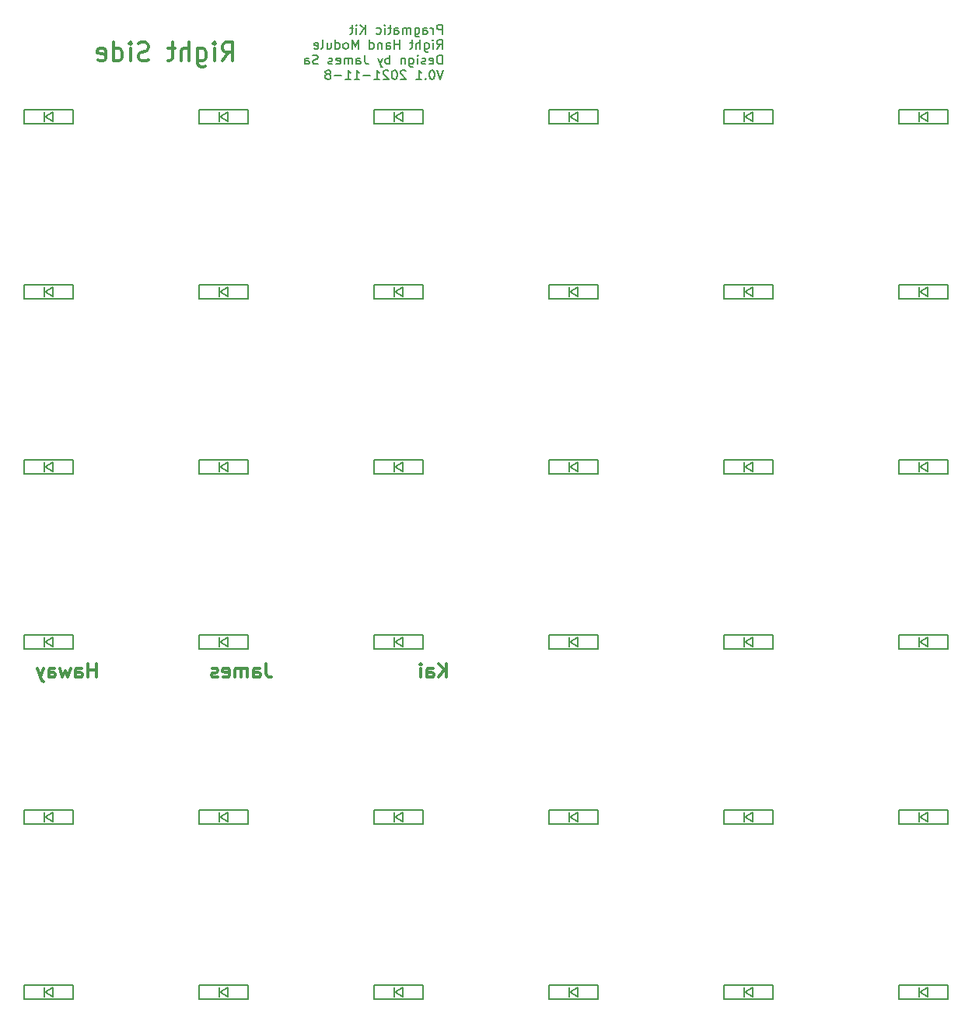
<source format=gbr>
%TF.GenerationSoftware,KiCad,Pcbnew,(5.1.10-1-10_14)*%
%TF.CreationDate,2021-11-08T13:37:15+08:00*%
%TF.ProjectId,Pragmatic,50726167-6d61-4746-9963-2e6b69636164,rev?*%
%TF.SameCoordinates,Original*%
%TF.FileFunction,Legend,Bot*%
%TF.FilePolarity,Positive*%
%FSLAX46Y46*%
G04 Gerber Fmt 4.6, Leading zero omitted, Abs format (unit mm)*
G04 Created by KiCad (PCBNEW (5.1.10-1-10_14)) date 2021-11-08 13:37:15*
%MOMM*%
%LPD*%
G01*
G04 APERTURE LIST*
%ADD10C,0.300000*%
%ADD11C,0.150000*%
G04 APERTURE END LIST*
D10*
X95408571Y-109263571D02*
X95408571Y-107763571D01*
X94551428Y-109263571D02*
X95194285Y-108406428D01*
X94551428Y-107763571D02*
X95408571Y-108620714D01*
X93265714Y-109263571D02*
X93265714Y-108477857D01*
X93337142Y-108335000D01*
X93480000Y-108263571D01*
X93765714Y-108263571D01*
X93908571Y-108335000D01*
X93265714Y-109192142D02*
X93408571Y-109263571D01*
X93765714Y-109263571D01*
X93908571Y-109192142D01*
X93980000Y-109049285D01*
X93980000Y-108906428D01*
X93908571Y-108763571D01*
X93765714Y-108692142D01*
X93408571Y-108692142D01*
X93265714Y-108620714D01*
X92551428Y-109263571D02*
X92551428Y-108263571D01*
X92551428Y-107763571D02*
X92622857Y-107835000D01*
X92551428Y-107906428D01*
X92480000Y-107835000D01*
X92551428Y-107763571D01*
X92551428Y-107906428D01*
X75739285Y-107763571D02*
X75739285Y-108835000D01*
X75810714Y-109049285D01*
X75953571Y-109192142D01*
X76167857Y-109263571D01*
X76310714Y-109263571D01*
X74382142Y-109263571D02*
X74382142Y-108477857D01*
X74453571Y-108335000D01*
X74596428Y-108263571D01*
X74882142Y-108263571D01*
X75025000Y-108335000D01*
X74382142Y-109192142D02*
X74525000Y-109263571D01*
X74882142Y-109263571D01*
X75025000Y-109192142D01*
X75096428Y-109049285D01*
X75096428Y-108906428D01*
X75025000Y-108763571D01*
X74882142Y-108692142D01*
X74525000Y-108692142D01*
X74382142Y-108620714D01*
X73667857Y-109263571D02*
X73667857Y-108263571D01*
X73667857Y-108406428D02*
X73596428Y-108335000D01*
X73453571Y-108263571D01*
X73239285Y-108263571D01*
X73096428Y-108335000D01*
X73025000Y-108477857D01*
X73025000Y-109263571D01*
X73025000Y-108477857D02*
X72953571Y-108335000D01*
X72810714Y-108263571D01*
X72596428Y-108263571D01*
X72453571Y-108335000D01*
X72382142Y-108477857D01*
X72382142Y-109263571D01*
X71096428Y-109192142D02*
X71239285Y-109263571D01*
X71525000Y-109263571D01*
X71667857Y-109192142D01*
X71739285Y-109049285D01*
X71739285Y-108477857D01*
X71667857Y-108335000D01*
X71525000Y-108263571D01*
X71239285Y-108263571D01*
X71096428Y-108335000D01*
X71025000Y-108477857D01*
X71025000Y-108620714D01*
X71739285Y-108763571D01*
X70453571Y-109192142D02*
X70310714Y-109263571D01*
X70025000Y-109263571D01*
X69882142Y-109192142D01*
X69810714Y-109049285D01*
X69810714Y-108977857D01*
X69882142Y-108835000D01*
X70025000Y-108763571D01*
X70239285Y-108763571D01*
X70382142Y-108692142D01*
X70453571Y-108549285D01*
X70453571Y-108477857D01*
X70382142Y-108335000D01*
X70239285Y-108263571D01*
X70025000Y-108263571D01*
X69882142Y-108335000D01*
X57232857Y-109263571D02*
X57232857Y-107763571D01*
X57232857Y-108477857D02*
X56375714Y-108477857D01*
X56375714Y-109263571D02*
X56375714Y-107763571D01*
X55018571Y-109263571D02*
X55018571Y-108477857D01*
X55090000Y-108335000D01*
X55232857Y-108263571D01*
X55518571Y-108263571D01*
X55661428Y-108335000D01*
X55018571Y-109192142D02*
X55161428Y-109263571D01*
X55518571Y-109263571D01*
X55661428Y-109192142D01*
X55732857Y-109049285D01*
X55732857Y-108906428D01*
X55661428Y-108763571D01*
X55518571Y-108692142D01*
X55161428Y-108692142D01*
X55018571Y-108620714D01*
X54447142Y-108263571D02*
X54161428Y-109263571D01*
X53875714Y-108549285D01*
X53590000Y-109263571D01*
X53304285Y-108263571D01*
X52090000Y-109263571D02*
X52090000Y-108477857D01*
X52161428Y-108335000D01*
X52304285Y-108263571D01*
X52590000Y-108263571D01*
X52732857Y-108335000D01*
X52090000Y-109192142D02*
X52232857Y-109263571D01*
X52590000Y-109263571D01*
X52732857Y-109192142D01*
X52804285Y-109049285D01*
X52804285Y-108906428D01*
X52732857Y-108763571D01*
X52590000Y-108692142D01*
X52232857Y-108692142D01*
X52090000Y-108620714D01*
X51518571Y-108263571D02*
X51161428Y-109263571D01*
X50804285Y-108263571D02*
X51161428Y-109263571D01*
X51304285Y-109620714D01*
X51375714Y-109692142D01*
X51518571Y-109763571D01*
X70960476Y-42179761D02*
X71627142Y-41227380D01*
X72103333Y-42179761D02*
X72103333Y-40179761D01*
X71341428Y-40179761D01*
X71150952Y-40275000D01*
X71055714Y-40370238D01*
X70960476Y-40560714D01*
X70960476Y-40846428D01*
X71055714Y-41036904D01*
X71150952Y-41132142D01*
X71341428Y-41227380D01*
X72103333Y-41227380D01*
X70103333Y-42179761D02*
X70103333Y-40846428D01*
X70103333Y-40179761D02*
X70198571Y-40275000D01*
X70103333Y-40370238D01*
X70008095Y-40275000D01*
X70103333Y-40179761D01*
X70103333Y-40370238D01*
X68293809Y-40846428D02*
X68293809Y-42465476D01*
X68389047Y-42655952D01*
X68484285Y-42751190D01*
X68674761Y-42846428D01*
X68960476Y-42846428D01*
X69150952Y-42751190D01*
X68293809Y-42084523D02*
X68484285Y-42179761D01*
X68865238Y-42179761D01*
X69055714Y-42084523D01*
X69150952Y-41989285D01*
X69246190Y-41798809D01*
X69246190Y-41227380D01*
X69150952Y-41036904D01*
X69055714Y-40941666D01*
X68865238Y-40846428D01*
X68484285Y-40846428D01*
X68293809Y-40941666D01*
X67341428Y-42179761D02*
X67341428Y-40179761D01*
X66484285Y-42179761D02*
X66484285Y-41132142D01*
X66579523Y-40941666D01*
X66770000Y-40846428D01*
X67055714Y-40846428D01*
X67246190Y-40941666D01*
X67341428Y-41036904D01*
X65817619Y-40846428D02*
X65055714Y-40846428D01*
X65531904Y-40179761D02*
X65531904Y-41894047D01*
X65436666Y-42084523D01*
X65246190Y-42179761D01*
X65055714Y-42179761D01*
X62960476Y-42084523D02*
X62674761Y-42179761D01*
X62198571Y-42179761D01*
X62008095Y-42084523D01*
X61912857Y-41989285D01*
X61817619Y-41798809D01*
X61817619Y-41608333D01*
X61912857Y-41417857D01*
X62008095Y-41322619D01*
X62198571Y-41227380D01*
X62579523Y-41132142D01*
X62770000Y-41036904D01*
X62865238Y-40941666D01*
X62960476Y-40751190D01*
X62960476Y-40560714D01*
X62865238Y-40370238D01*
X62770000Y-40275000D01*
X62579523Y-40179761D01*
X62103333Y-40179761D01*
X61817619Y-40275000D01*
X60960476Y-42179761D02*
X60960476Y-40846428D01*
X60960476Y-40179761D02*
X61055714Y-40275000D01*
X60960476Y-40370238D01*
X60865238Y-40275000D01*
X60960476Y-40179761D01*
X60960476Y-40370238D01*
X59150952Y-42179761D02*
X59150952Y-40179761D01*
X59150952Y-42084523D02*
X59341428Y-42179761D01*
X59722380Y-42179761D01*
X59912857Y-42084523D01*
X60008095Y-41989285D01*
X60103333Y-41798809D01*
X60103333Y-41227380D01*
X60008095Y-41036904D01*
X59912857Y-40941666D01*
X59722380Y-40846428D01*
X59341428Y-40846428D01*
X59150952Y-40941666D01*
X57436666Y-42084523D02*
X57627142Y-42179761D01*
X58008095Y-42179761D01*
X58198571Y-42084523D01*
X58293809Y-41894047D01*
X58293809Y-41132142D01*
X58198571Y-40941666D01*
X58008095Y-40846428D01*
X57627142Y-40846428D01*
X57436666Y-40941666D01*
X57341428Y-41132142D01*
X57341428Y-41322619D01*
X58293809Y-41513095D01*
D11*
X94914404Y-39252380D02*
X94914404Y-38252380D01*
X94533452Y-38252380D01*
X94438214Y-38300000D01*
X94390595Y-38347619D01*
X94342976Y-38442857D01*
X94342976Y-38585714D01*
X94390595Y-38680952D01*
X94438214Y-38728571D01*
X94533452Y-38776190D01*
X94914404Y-38776190D01*
X93914404Y-39252380D02*
X93914404Y-38585714D01*
X93914404Y-38776190D02*
X93866785Y-38680952D01*
X93819166Y-38633333D01*
X93723928Y-38585714D01*
X93628690Y-38585714D01*
X92866785Y-39252380D02*
X92866785Y-38728571D01*
X92914404Y-38633333D01*
X93009642Y-38585714D01*
X93200119Y-38585714D01*
X93295357Y-38633333D01*
X92866785Y-39204761D02*
X92962023Y-39252380D01*
X93200119Y-39252380D01*
X93295357Y-39204761D01*
X93342976Y-39109523D01*
X93342976Y-39014285D01*
X93295357Y-38919047D01*
X93200119Y-38871428D01*
X92962023Y-38871428D01*
X92866785Y-38823809D01*
X91962023Y-38585714D02*
X91962023Y-39395238D01*
X92009642Y-39490476D01*
X92057261Y-39538095D01*
X92152500Y-39585714D01*
X92295357Y-39585714D01*
X92390595Y-39538095D01*
X91962023Y-39204761D02*
X92057261Y-39252380D01*
X92247738Y-39252380D01*
X92342976Y-39204761D01*
X92390595Y-39157142D01*
X92438214Y-39061904D01*
X92438214Y-38776190D01*
X92390595Y-38680952D01*
X92342976Y-38633333D01*
X92247738Y-38585714D01*
X92057261Y-38585714D01*
X91962023Y-38633333D01*
X91485833Y-39252380D02*
X91485833Y-38585714D01*
X91485833Y-38680952D02*
X91438214Y-38633333D01*
X91342976Y-38585714D01*
X91200119Y-38585714D01*
X91104880Y-38633333D01*
X91057261Y-38728571D01*
X91057261Y-39252380D01*
X91057261Y-38728571D02*
X91009642Y-38633333D01*
X90914404Y-38585714D01*
X90771547Y-38585714D01*
X90676309Y-38633333D01*
X90628690Y-38728571D01*
X90628690Y-39252380D01*
X89723928Y-39252380D02*
X89723928Y-38728571D01*
X89771547Y-38633333D01*
X89866785Y-38585714D01*
X90057261Y-38585714D01*
X90152500Y-38633333D01*
X89723928Y-39204761D02*
X89819166Y-39252380D01*
X90057261Y-39252380D01*
X90152500Y-39204761D01*
X90200119Y-39109523D01*
X90200119Y-39014285D01*
X90152500Y-38919047D01*
X90057261Y-38871428D01*
X89819166Y-38871428D01*
X89723928Y-38823809D01*
X89390595Y-38585714D02*
X89009642Y-38585714D01*
X89247738Y-38252380D02*
X89247738Y-39109523D01*
X89200119Y-39204761D01*
X89104880Y-39252380D01*
X89009642Y-39252380D01*
X88676309Y-39252380D02*
X88676309Y-38585714D01*
X88676309Y-38252380D02*
X88723928Y-38300000D01*
X88676309Y-38347619D01*
X88628690Y-38300000D01*
X88676309Y-38252380D01*
X88676309Y-38347619D01*
X87771547Y-39204761D02*
X87866785Y-39252380D01*
X88057261Y-39252380D01*
X88152500Y-39204761D01*
X88200119Y-39157142D01*
X88247738Y-39061904D01*
X88247738Y-38776190D01*
X88200119Y-38680952D01*
X88152500Y-38633333D01*
X88057261Y-38585714D01*
X87866785Y-38585714D01*
X87771547Y-38633333D01*
X86581071Y-39252380D02*
X86581071Y-38252380D01*
X86009642Y-39252380D02*
X86438214Y-38680952D01*
X86009642Y-38252380D02*
X86581071Y-38823809D01*
X85581071Y-39252380D02*
X85581071Y-38585714D01*
X85581071Y-38252380D02*
X85628690Y-38300000D01*
X85581071Y-38347619D01*
X85533452Y-38300000D01*
X85581071Y-38252380D01*
X85581071Y-38347619D01*
X85247738Y-38585714D02*
X84866785Y-38585714D01*
X85104880Y-38252380D02*
X85104880Y-39109523D01*
X85057261Y-39204761D01*
X84962023Y-39252380D01*
X84866785Y-39252380D01*
X94342976Y-40902380D02*
X94676309Y-40426190D01*
X94914404Y-40902380D02*
X94914404Y-39902380D01*
X94533452Y-39902380D01*
X94438214Y-39950000D01*
X94390595Y-39997619D01*
X94342976Y-40092857D01*
X94342976Y-40235714D01*
X94390595Y-40330952D01*
X94438214Y-40378571D01*
X94533452Y-40426190D01*
X94914404Y-40426190D01*
X93914404Y-40902380D02*
X93914404Y-40235714D01*
X93914404Y-39902380D02*
X93962023Y-39950000D01*
X93914404Y-39997619D01*
X93866785Y-39950000D01*
X93914404Y-39902380D01*
X93914404Y-39997619D01*
X93009642Y-40235714D02*
X93009642Y-41045238D01*
X93057261Y-41140476D01*
X93104880Y-41188095D01*
X93200119Y-41235714D01*
X93342976Y-41235714D01*
X93438214Y-41188095D01*
X93009642Y-40854761D02*
X93104880Y-40902380D01*
X93295357Y-40902380D01*
X93390595Y-40854761D01*
X93438214Y-40807142D01*
X93485833Y-40711904D01*
X93485833Y-40426190D01*
X93438214Y-40330952D01*
X93390595Y-40283333D01*
X93295357Y-40235714D01*
X93104880Y-40235714D01*
X93009642Y-40283333D01*
X92533452Y-40902380D02*
X92533452Y-39902380D01*
X92104880Y-40902380D02*
X92104880Y-40378571D01*
X92152500Y-40283333D01*
X92247738Y-40235714D01*
X92390595Y-40235714D01*
X92485833Y-40283333D01*
X92533452Y-40330952D01*
X91771547Y-40235714D02*
X91390595Y-40235714D01*
X91628690Y-39902380D02*
X91628690Y-40759523D01*
X91581071Y-40854761D01*
X91485833Y-40902380D01*
X91390595Y-40902380D01*
X90295357Y-40902380D02*
X90295357Y-39902380D01*
X90295357Y-40378571D02*
X89723928Y-40378571D01*
X89723928Y-40902380D02*
X89723928Y-39902380D01*
X88819166Y-40902380D02*
X88819166Y-40378571D01*
X88866785Y-40283333D01*
X88962023Y-40235714D01*
X89152500Y-40235714D01*
X89247738Y-40283333D01*
X88819166Y-40854761D02*
X88914404Y-40902380D01*
X89152500Y-40902380D01*
X89247738Y-40854761D01*
X89295357Y-40759523D01*
X89295357Y-40664285D01*
X89247738Y-40569047D01*
X89152500Y-40521428D01*
X88914404Y-40521428D01*
X88819166Y-40473809D01*
X88342976Y-40235714D02*
X88342976Y-40902380D01*
X88342976Y-40330952D02*
X88295357Y-40283333D01*
X88200119Y-40235714D01*
X88057261Y-40235714D01*
X87962023Y-40283333D01*
X87914404Y-40378571D01*
X87914404Y-40902380D01*
X87009642Y-40902380D02*
X87009642Y-39902380D01*
X87009642Y-40854761D02*
X87104880Y-40902380D01*
X87295357Y-40902380D01*
X87390595Y-40854761D01*
X87438214Y-40807142D01*
X87485833Y-40711904D01*
X87485833Y-40426190D01*
X87438214Y-40330952D01*
X87390595Y-40283333D01*
X87295357Y-40235714D01*
X87104880Y-40235714D01*
X87009642Y-40283333D01*
X85771547Y-40902380D02*
X85771547Y-39902380D01*
X85438214Y-40616666D01*
X85104880Y-39902380D01*
X85104880Y-40902380D01*
X84485833Y-40902380D02*
X84581071Y-40854761D01*
X84628690Y-40807142D01*
X84676309Y-40711904D01*
X84676309Y-40426190D01*
X84628690Y-40330952D01*
X84581071Y-40283333D01*
X84485833Y-40235714D01*
X84342976Y-40235714D01*
X84247738Y-40283333D01*
X84200119Y-40330952D01*
X84152500Y-40426190D01*
X84152500Y-40711904D01*
X84200119Y-40807142D01*
X84247738Y-40854761D01*
X84342976Y-40902380D01*
X84485833Y-40902380D01*
X83295357Y-40902380D02*
X83295357Y-39902380D01*
X83295357Y-40854761D02*
X83390595Y-40902380D01*
X83581071Y-40902380D01*
X83676309Y-40854761D01*
X83723928Y-40807142D01*
X83771547Y-40711904D01*
X83771547Y-40426190D01*
X83723928Y-40330952D01*
X83676309Y-40283333D01*
X83581071Y-40235714D01*
X83390595Y-40235714D01*
X83295357Y-40283333D01*
X82390595Y-40235714D02*
X82390595Y-40902380D01*
X82819166Y-40235714D02*
X82819166Y-40759523D01*
X82771547Y-40854761D01*
X82676309Y-40902380D01*
X82533452Y-40902380D01*
X82438214Y-40854761D01*
X82390595Y-40807142D01*
X81771547Y-40902380D02*
X81866785Y-40854761D01*
X81914404Y-40759523D01*
X81914404Y-39902380D01*
X81009642Y-40854761D02*
X81104880Y-40902380D01*
X81295357Y-40902380D01*
X81390595Y-40854761D01*
X81438214Y-40759523D01*
X81438214Y-40378571D01*
X81390595Y-40283333D01*
X81295357Y-40235714D01*
X81104880Y-40235714D01*
X81009642Y-40283333D01*
X80962023Y-40378571D01*
X80962023Y-40473809D01*
X81438214Y-40569047D01*
X94914404Y-42552380D02*
X94914404Y-41552380D01*
X94676309Y-41552380D01*
X94533452Y-41600000D01*
X94438214Y-41695238D01*
X94390595Y-41790476D01*
X94342976Y-41980952D01*
X94342976Y-42123809D01*
X94390595Y-42314285D01*
X94438214Y-42409523D01*
X94533452Y-42504761D01*
X94676309Y-42552380D01*
X94914404Y-42552380D01*
X93533452Y-42504761D02*
X93628690Y-42552380D01*
X93819166Y-42552380D01*
X93914404Y-42504761D01*
X93962023Y-42409523D01*
X93962023Y-42028571D01*
X93914404Y-41933333D01*
X93819166Y-41885714D01*
X93628690Y-41885714D01*
X93533452Y-41933333D01*
X93485833Y-42028571D01*
X93485833Y-42123809D01*
X93962023Y-42219047D01*
X93104880Y-42504761D02*
X93009642Y-42552380D01*
X92819166Y-42552380D01*
X92723928Y-42504761D01*
X92676309Y-42409523D01*
X92676309Y-42361904D01*
X92723928Y-42266666D01*
X92819166Y-42219047D01*
X92962023Y-42219047D01*
X93057261Y-42171428D01*
X93104880Y-42076190D01*
X93104880Y-42028571D01*
X93057261Y-41933333D01*
X92962023Y-41885714D01*
X92819166Y-41885714D01*
X92723928Y-41933333D01*
X92247738Y-42552380D02*
X92247738Y-41885714D01*
X92247738Y-41552380D02*
X92295357Y-41600000D01*
X92247738Y-41647619D01*
X92200119Y-41600000D01*
X92247738Y-41552380D01*
X92247738Y-41647619D01*
X91342976Y-41885714D02*
X91342976Y-42695238D01*
X91390595Y-42790476D01*
X91438214Y-42838095D01*
X91533452Y-42885714D01*
X91676309Y-42885714D01*
X91771547Y-42838095D01*
X91342976Y-42504761D02*
X91438214Y-42552380D01*
X91628690Y-42552380D01*
X91723928Y-42504761D01*
X91771547Y-42457142D01*
X91819166Y-42361904D01*
X91819166Y-42076190D01*
X91771547Y-41980952D01*
X91723928Y-41933333D01*
X91628690Y-41885714D01*
X91438214Y-41885714D01*
X91342976Y-41933333D01*
X90866785Y-41885714D02*
X90866785Y-42552380D01*
X90866785Y-41980952D02*
X90819166Y-41933333D01*
X90723928Y-41885714D01*
X90581071Y-41885714D01*
X90485833Y-41933333D01*
X90438214Y-42028571D01*
X90438214Y-42552380D01*
X89200119Y-42552380D02*
X89200119Y-41552380D01*
X89200119Y-41933333D02*
X89104880Y-41885714D01*
X88914404Y-41885714D01*
X88819166Y-41933333D01*
X88771547Y-41980952D01*
X88723928Y-42076190D01*
X88723928Y-42361904D01*
X88771547Y-42457142D01*
X88819166Y-42504761D01*
X88914404Y-42552380D01*
X89104880Y-42552380D01*
X89200119Y-42504761D01*
X88390595Y-41885714D02*
X88152500Y-42552380D01*
X87914404Y-41885714D02*
X88152500Y-42552380D01*
X88247738Y-42790476D01*
X88295357Y-42838095D01*
X88390595Y-42885714D01*
X86485833Y-41552380D02*
X86485833Y-42266666D01*
X86533452Y-42409523D01*
X86628690Y-42504761D01*
X86771547Y-42552380D01*
X86866785Y-42552380D01*
X85581071Y-42552380D02*
X85581071Y-42028571D01*
X85628690Y-41933333D01*
X85723928Y-41885714D01*
X85914404Y-41885714D01*
X86009642Y-41933333D01*
X85581071Y-42504761D02*
X85676309Y-42552380D01*
X85914404Y-42552380D01*
X86009642Y-42504761D01*
X86057261Y-42409523D01*
X86057261Y-42314285D01*
X86009642Y-42219047D01*
X85914404Y-42171428D01*
X85676309Y-42171428D01*
X85581071Y-42123809D01*
X85104880Y-42552380D02*
X85104880Y-41885714D01*
X85104880Y-41980952D02*
X85057261Y-41933333D01*
X84962023Y-41885714D01*
X84819166Y-41885714D01*
X84723928Y-41933333D01*
X84676309Y-42028571D01*
X84676309Y-42552380D01*
X84676309Y-42028571D02*
X84628690Y-41933333D01*
X84533452Y-41885714D01*
X84390595Y-41885714D01*
X84295357Y-41933333D01*
X84247738Y-42028571D01*
X84247738Y-42552380D01*
X83390595Y-42504761D02*
X83485833Y-42552380D01*
X83676309Y-42552380D01*
X83771547Y-42504761D01*
X83819166Y-42409523D01*
X83819166Y-42028571D01*
X83771547Y-41933333D01*
X83676309Y-41885714D01*
X83485833Y-41885714D01*
X83390595Y-41933333D01*
X83342976Y-42028571D01*
X83342976Y-42123809D01*
X83819166Y-42219047D01*
X82962023Y-42504761D02*
X82866785Y-42552380D01*
X82676309Y-42552380D01*
X82581071Y-42504761D01*
X82533452Y-42409523D01*
X82533452Y-42361904D01*
X82581071Y-42266666D01*
X82676309Y-42219047D01*
X82819166Y-42219047D01*
X82914404Y-42171428D01*
X82962023Y-42076190D01*
X82962023Y-42028571D01*
X82914404Y-41933333D01*
X82819166Y-41885714D01*
X82676309Y-41885714D01*
X82581071Y-41933333D01*
X81390595Y-42504761D02*
X81247738Y-42552380D01*
X81009642Y-42552380D01*
X80914404Y-42504761D01*
X80866785Y-42457142D01*
X80819166Y-42361904D01*
X80819166Y-42266666D01*
X80866785Y-42171428D01*
X80914404Y-42123809D01*
X81009642Y-42076190D01*
X81200119Y-42028571D01*
X81295357Y-41980952D01*
X81342976Y-41933333D01*
X81390595Y-41838095D01*
X81390595Y-41742857D01*
X81342976Y-41647619D01*
X81295357Y-41600000D01*
X81200119Y-41552380D01*
X80962023Y-41552380D01*
X80819166Y-41600000D01*
X79962023Y-42552380D02*
X79962023Y-42028571D01*
X80009642Y-41933333D01*
X80104880Y-41885714D01*
X80295357Y-41885714D01*
X80390595Y-41933333D01*
X79962023Y-42504761D02*
X80057261Y-42552380D01*
X80295357Y-42552380D01*
X80390595Y-42504761D01*
X80438214Y-42409523D01*
X80438214Y-42314285D01*
X80390595Y-42219047D01*
X80295357Y-42171428D01*
X80057261Y-42171428D01*
X79962023Y-42123809D01*
X95057261Y-43202380D02*
X94723928Y-44202380D01*
X94390595Y-43202380D01*
X93866785Y-43202380D02*
X93771547Y-43202380D01*
X93676309Y-43250000D01*
X93628690Y-43297619D01*
X93581071Y-43392857D01*
X93533452Y-43583333D01*
X93533452Y-43821428D01*
X93581071Y-44011904D01*
X93628690Y-44107142D01*
X93676309Y-44154761D01*
X93771547Y-44202380D01*
X93866785Y-44202380D01*
X93962023Y-44154761D01*
X94009642Y-44107142D01*
X94057261Y-44011904D01*
X94104880Y-43821428D01*
X94104880Y-43583333D01*
X94057261Y-43392857D01*
X94009642Y-43297619D01*
X93962023Y-43250000D01*
X93866785Y-43202380D01*
X93104880Y-44107142D02*
X93057261Y-44154761D01*
X93104880Y-44202380D01*
X93152500Y-44154761D01*
X93104880Y-44107142D01*
X93104880Y-44202380D01*
X92104880Y-44202380D02*
X92676309Y-44202380D01*
X92390595Y-44202380D02*
X92390595Y-43202380D01*
X92485833Y-43345238D01*
X92581071Y-43440476D01*
X92676309Y-43488095D01*
X90962023Y-43297619D02*
X90914404Y-43250000D01*
X90819166Y-43202380D01*
X90581071Y-43202380D01*
X90485833Y-43250000D01*
X90438214Y-43297619D01*
X90390595Y-43392857D01*
X90390595Y-43488095D01*
X90438214Y-43630952D01*
X91009642Y-44202380D01*
X90390595Y-44202380D01*
X89771547Y-43202380D02*
X89676309Y-43202380D01*
X89581071Y-43250000D01*
X89533452Y-43297619D01*
X89485833Y-43392857D01*
X89438214Y-43583333D01*
X89438214Y-43821428D01*
X89485833Y-44011904D01*
X89533452Y-44107142D01*
X89581071Y-44154761D01*
X89676309Y-44202380D01*
X89771547Y-44202380D01*
X89866785Y-44154761D01*
X89914404Y-44107142D01*
X89962023Y-44011904D01*
X90009642Y-43821428D01*
X90009642Y-43583333D01*
X89962023Y-43392857D01*
X89914404Y-43297619D01*
X89866785Y-43250000D01*
X89771547Y-43202380D01*
X89057261Y-43297619D02*
X89009642Y-43250000D01*
X88914404Y-43202380D01*
X88676309Y-43202380D01*
X88581071Y-43250000D01*
X88533452Y-43297619D01*
X88485833Y-43392857D01*
X88485833Y-43488095D01*
X88533452Y-43630952D01*
X89104880Y-44202380D01*
X88485833Y-44202380D01*
X87533452Y-44202380D02*
X88104880Y-44202380D01*
X87819166Y-44202380D02*
X87819166Y-43202380D01*
X87914404Y-43345238D01*
X88009642Y-43440476D01*
X88104880Y-43488095D01*
X87104880Y-43821428D02*
X86342976Y-43821428D01*
X85342976Y-44202380D02*
X85914404Y-44202380D01*
X85628690Y-44202380D02*
X85628690Y-43202380D01*
X85723928Y-43345238D01*
X85819166Y-43440476D01*
X85914404Y-43488095D01*
X84390595Y-44202380D02*
X84962023Y-44202380D01*
X84676309Y-44202380D02*
X84676309Y-43202380D01*
X84771547Y-43345238D01*
X84866785Y-43440476D01*
X84962023Y-43488095D01*
X83962023Y-43821428D02*
X83200119Y-43821428D01*
X82581071Y-43630952D02*
X82676309Y-43583333D01*
X82723928Y-43535714D01*
X82771547Y-43440476D01*
X82771547Y-43392857D01*
X82723928Y-43297619D01*
X82676309Y-43250000D01*
X82581071Y-43202380D01*
X82390595Y-43202380D01*
X82295357Y-43250000D01*
X82247738Y-43297619D01*
X82200119Y-43392857D01*
X82200119Y-43440476D01*
X82247738Y-43535714D01*
X82295357Y-43583333D01*
X82390595Y-43630952D01*
X82581071Y-43630952D01*
X82676309Y-43678571D01*
X82723928Y-43726190D01*
X82771547Y-43821428D01*
X82771547Y-44011904D01*
X82723928Y-44107142D01*
X82676309Y-44154761D01*
X82581071Y-44202380D01*
X82390595Y-44202380D01*
X82295357Y-44154761D01*
X82247738Y-44107142D01*
X82200119Y-44011904D01*
X82200119Y-43821428D01*
X82247738Y-43726190D01*
X82295357Y-43678571D01*
X82390595Y-43630952D01*
%TO.C,D6*%
X144620000Y-47510000D02*
X150020000Y-47510000D01*
X150020000Y-49010000D02*
X144620000Y-49010000D01*
X144620000Y-49010000D02*
X144620000Y-47510000D01*
X150020000Y-49010000D02*
X150020000Y-47510000D01*
X147820000Y-48760000D02*
X147820000Y-47760000D01*
X147820000Y-47760000D02*
X146920000Y-48260000D01*
X146920000Y-48260000D02*
X147820000Y-48760000D01*
X146820000Y-48760000D02*
X146820000Y-47760000D01*
%TO.C,D3*%
X89670000Y-48760000D02*
X89670000Y-47760000D01*
X89770000Y-48260000D02*
X90670000Y-48760000D01*
X90670000Y-47760000D02*
X89770000Y-48260000D01*
X90670000Y-48760000D02*
X90670000Y-47760000D01*
X92870000Y-49010000D02*
X92870000Y-47510000D01*
X87470000Y-49010000D02*
X87470000Y-47510000D01*
X92870000Y-49010000D02*
X87470000Y-49010000D01*
X87470000Y-47510000D02*
X92870000Y-47510000D01*
%TO.C,D2*%
X70620000Y-48760000D02*
X70620000Y-47760000D01*
X70720000Y-48260000D02*
X71620000Y-48760000D01*
X71620000Y-47760000D02*
X70720000Y-48260000D01*
X71620000Y-48760000D02*
X71620000Y-47760000D01*
X73820000Y-49010000D02*
X73820000Y-47510000D01*
X68420000Y-49010000D02*
X68420000Y-47510000D01*
X73820000Y-49010000D02*
X68420000Y-49010000D01*
X68420000Y-47510000D02*
X73820000Y-47510000D01*
%TO.C,D36*%
X144620000Y-142760000D02*
X150020000Y-142760000D01*
X150020000Y-144260000D02*
X144620000Y-144260000D01*
X144620000Y-144260000D02*
X144620000Y-142760000D01*
X150020000Y-144260000D02*
X150020000Y-142760000D01*
X147820000Y-144010000D02*
X147820000Y-143010000D01*
X147820000Y-143010000D02*
X146920000Y-143510000D01*
X146920000Y-143510000D02*
X147820000Y-144010000D01*
X146820000Y-144010000D02*
X146820000Y-143010000D01*
%TO.C,D35*%
X125570000Y-142760000D02*
X130970000Y-142760000D01*
X130970000Y-144260000D02*
X125570000Y-144260000D01*
X125570000Y-144260000D02*
X125570000Y-142760000D01*
X130970000Y-144260000D02*
X130970000Y-142760000D01*
X128770000Y-144010000D02*
X128770000Y-143010000D01*
X128770000Y-143010000D02*
X127870000Y-143510000D01*
X127870000Y-143510000D02*
X128770000Y-144010000D01*
X127770000Y-144010000D02*
X127770000Y-143010000D01*
%TO.C,D34*%
X106520000Y-142760000D02*
X111920000Y-142760000D01*
X111920000Y-144260000D02*
X106520000Y-144260000D01*
X106520000Y-144260000D02*
X106520000Y-142760000D01*
X111920000Y-144260000D02*
X111920000Y-142760000D01*
X109720000Y-144010000D02*
X109720000Y-143010000D01*
X109720000Y-143010000D02*
X108820000Y-143510000D01*
X108820000Y-143510000D02*
X109720000Y-144010000D01*
X108720000Y-144010000D02*
X108720000Y-143010000D01*
%TO.C,D33*%
X87470000Y-142760000D02*
X92870000Y-142760000D01*
X92870000Y-144260000D02*
X87470000Y-144260000D01*
X87470000Y-144260000D02*
X87470000Y-142760000D01*
X92870000Y-144260000D02*
X92870000Y-142760000D01*
X90670000Y-144010000D02*
X90670000Y-143010000D01*
X90670000Y-143010000D02*
X89770000Y-143510000D01*
X89770000Y-143510000D02*
X90670000Y-144010000D01*
X89670000Y-144010000D02*
X89670000Y-143010000D01*
%TO.C,D32*%
X68420000Y-142760000D02*
X73820000Y-142760000D01*
X73820000Y-144260000D02*
X68420000Y-144260000D01*
X68420000Y-144260000D02*
X68420000Y-142760000D01*
X73820000Y-144260000D02*
X73820000Y-142760000D01*
X71620000Y-144010000D02*
X71620000Y-143010000D01*
X71620000Y-143010000D02*
X70720000Y-143510000D01*
X70720000Y-143510000D02*
X71620000Y-144010000D01*
X70620000Y-144010000D02*
X70620000Y-143010000D01*
%TO.C,D31*%
X49370000Y-142760000D02*
X54770000Y-142760000D01*
X54770000Y-144260000D02*
X49370000Y-144260000D01*
X49370000Y-144260000D02*
X49370000Y-142760000D01*
X54770000Y-144260000D02*
X54770000Y-142760000D01*
X52570000Y-144010000D02*
X52570000Y-143010000D01*
X52570000Y-143010000D02*
X51670000Y-143510000D01*
X51670000Y-143510000D02*
X52570000Y-144010000D01*
X51570000Y-144010000D02*
X51570000Y-143010000D01*
%TO.C,D30*%
X144620000Y-123710000D02*
X150020000Y-123710000D01*
X150020000Y-125210000D02*
X144620000Y-125210000D01*
X144620000Y-125210000D02*
X144620000Y-123710000D01*
X150020000Y-125210000D02*
X150020000Y-123710000D01*
X147820000Y-124960000D02*
X147820000Y-123960000D01*
X147820000Y-123960000D02*
X146920000Y-124460000D01*
X146920000Y-124460000D02*
X147820000Y-124960000D01*
X146820000Y-124960000D02*
X146820000Y-123960000D01*
%TO.C,D29*%
X125570000Y-123710000D02*
X130970000Y-123710000D01*
X130970000Y-125210000D02*
X125570000Y-125210000D01*
X125570000Y-125210000D02*
X125570000Y-123710000D01*
X130970000Y-125210000D02*
X130970000Y-123710000D01*
X128770000Y-124960000D02*
X128770000Y-123960000D01*
X128770000Y-123960000D02*
X127870000Y-124460000D01*
X127870000Y-124460000D02*
X128770000Y-124960000D01*
X127770000Y-124960000D02*
X127770000Y-123960000D01*
%TO.C,D28*%
X106520000Y-123710000D02*
X111920000Y-123710000D01*
X111920000Y-125210000D02*
X106520000Y-125210000D01*
X106520000Y-125210000D02*
X106520000Y-123710000D01*
X111920000Y-125210000D02*
X111920000Y-123710000D01*
X109720000Y-124960000D02*
X109720000Y-123960000D01*
X109720000Y-123960000D02*
X108820000Y-124460000D01*
X108820000Y-124460000D02*
X109720000Y-124960000D01*
X108720000Y-124960000D02*
X108720000Y-123960000D01*
%TO.C,D27*%
X87470000Y-123710000D02*
X92870000Y-123710000D01*
X92870000Y-125210000D02*
X87470000Y-125210000D01*
X87470000Y-125210000D02*
X87470000Y-123710000D01*
X92870000Y-125210000D02*
X92870000Y-123710000D01*
X90670000Y-124960000D02*
X90670000Y-123960000D01*
X90670000Y-123960000D02*
X89770000Y-124460000D01*
X89770000Y-124460000D02*
X90670000Y-124960000D01*
X89670000Y-124960000D02*
X89670000Y-123960000D01*
%TO.C,D26*%
X68420000Y-123710000D02*
X73820000Y-123710000D01*
X73820000Y-125210000D02*
X68420000Y-125210000D01*
X68420000Y-125210000D02*
X68420000Y-123710000D01*
X73820000Y-125210000D02*
X73820000Y-123710000D01*
X71620000Y-124960000D02*
X71620000Y-123960000D01*
X71620000Y-123960000D02*
X70720000Y-124460000D01*
X70720000Y-124460000D02*
X71620000Y-124960000D01*
X70620000Y-124960000D02*
X70620000Y-123960000D01*
%TO.C,D25*%
X49370000Y-123710000D02*
X54770000Y-123710000D01*
X54770000Y-125210000D02*
X49370000Y-125210000D01*
X49370000Y-125210000D02*
X49370000Y-123710000D01*
X54770000Y-125210000D02*
X54770000Y-123710000D01*
X52570000Y-124960000D02*
X52570000Y-123960000D01*
X52570000Y-123960000D02*
X51670000Y-124460000D01*
X51670000Y-124460000D02*
X52570000Y-124960000D01*
X51570000Y-124960000D02*
X51570000Y-123960000D01*
%TO.C,D24*%
X144620000Y-104660000D02*
X150020000Y-104660000D01*
X150020000Y-106160000D02*
X144620000Y-106160000D01*
X144620000Y-106160000D02*
X144620000Y-104660000D01*
X150020000Y-106160000D02*
X150020000Y-104660000D01*
X147820000Y-105910000D02*
X147820000Y-104910000D01*
X147820000Y-104910000D02*
X146920000Y-105410000D01*
X146920000Y-105410000D02*
X147820000Y-105910000D01*
X146820000Y-105910000D02*
X146820000Y-104910000D01*
%TO.C,D23*%
X125570000Y-104660000D02*
X130970000Y-104660000D01*
X130970000Y-106160000D02*
X125570000Y-106160000D01*
X125570000Y-106160000D02*
X125570000Y-104660000D01*
X130970000Y-106160000D02*
X130970000Y-104660000D01*
X128770000Y-105910000D02*
X128770000Y-104910000D01*
X128770000Y-104910000D02*
X127870000Y-105410000D01*
X127870000Y-105410000D02*
X128770000Y-105910000D01*
X127770000Y-105910000D02*
X127770000Y-104910000D01*
%TO.C,D22*%
X106520000Y-104660000D02*
X111920000Y-104660000D01*
X111920000Y-106160000D02*
X106520000Y-106160000D01*
X106520000Y-106160000D02*
X106520000Y-104660000D01*
X111920000Y-106160000D02*
X111920000Y-104660000D01*
X109720000Y-105910000D02*
X109720000Y-104910000D01*
X109720000Y-104910000D02*
X108820000Y-105410000D01*
X108820000Y-105410000D02*
X109720000Y-105910000D01*
X108720000Y-105910000D02*
X108720000Y-104910000D01*
%TO.C,D21*%
X87470000Y-104660000D02*
X92870000Y-104660000D01*
X92870000Y-106160000D02*
X87470000Y-106160000D01*
X87470000Y-106160000D02*
X87470000Y-104660000D01*
X92870000Y-106160000D02*
X92870000Y-104660000D01*
X90670000Y-105910000D02*
X90670000Y-104910000D01*
X90670000Y-104910000D02*
X89770000Y-105410000D01*
X89770000Y-105410000D02*
X90670000Y-105910000D01*
X89670000Y-105910000D02*
X89670000Y-104910000D01*
%TO.C,D20*%
X68420000Y-104660000D02*
X73820000Y-104660000D01*
X73820000Y-106160000D02*
X68420000Y-106160000D01*
X68420000Y-106160000D02*
X68420000Y-104660000D01*
X73820000Y-106160000D02*
X73820000Y-104660000D01*
X71620000Y-105910000D02*
X71620000Y-104910000D01*
X71620000Y-104910000D02*
X70720000Y-105410000D01*
X70720000Y-105410000D02*
X71620000Y-105910000D01*
X70620000Y-105910000D02*
X70620000Y-104910000D01*
%TO.C,D19*%
X49370000Y-104660000D02*
X54770000Y-104660000D01*
X54770000Y-106160000D02*
X49370000Y-106160000D01*
X49370000Y-106160000D02*
X49370000Y-104660000D01*
X54770000Y-106160000D02*
X54770000Y-104660000D01*
X52570000Y-105910000D02*
X52570000Y-104910000D01*
X52570000Y-104910000D02*
X51670000Y-105410000D01*
X51670000Y-105410000D02*
X52570000Y-105910000D01*
X51570000Y-105910000D02*
X51570000Y-104910000D01*
%TO.C,D18*%
X144620000Y-85610000D02*
X150020000Y-85610000D01*
X150020000Y-87110000D02*
X144620000Y-87110000D01*
X144620000Y-87110000D02*
X144620000Y-85610000D01*
X150020000Y-87110000D02*
X150020000Y-85610000D01*
X147820000Y-86860000D02*
X147820000Y-85860000D01*
X147820000Y-85860000D02*
X146920000Y-86360000D01*
X146920000Y-86360000D02*
X147820000Y-86860000D01*
X146820000Y-86860000D02*
X146820000Y-85860000D01*
%TO.C,D17*%
X125570000Y-85610000D02*
X130970000Y-85610000D01*
X130970000Y-87110000D02*
X125570000Y-87110000D01*
X125570000Y-87110000D02*
X125570000Y-85610000D01*
X130970000Y-87110000D02*
X130970000Y-85610000D01*
X128770000Y-86860000D02*
X128770000Y-85860000D01*
X128770000Y-85860000D02*
X127870000Y-86360000D01*
X127870000Y-86360000D02*
X128770000Y-86860000D01*
X127770000Y-86860000D02*
X127770000Y-85860000D01*
%TO.C,D16*%
X106520000Y-85610000D02*
X111920000Y-85610000D01*
X111920000Y-87110000D02*
X106520000Y-87110000D01*
X106520000Y-87110000D02*
X106520000Y-85610000D01*
X111920000Y-87110000D02*
X111920000Y-85610000D01*
X109720000Y-86860000D02*
X109720000Y-85860000D01*
X109720000Y-85860000D02*
X108820000Y-86360000D01*
X108820000Y-86360000D02*
X109720000Y-86860000D01*
X108720000Y-86860000D02*
X108720000Y-85860000D01*
%TO.C,D15*%
X87470000Y-85610000D02*
X92870000Y-85610000D01*
X92870000Y-87110000D02*
X87470000Y-87110000D01*
X87470000Y-87110000D02*
X87470000Y-85610000D01*
X92870000Y-87110000D02*
X92870000Y-85610000D01*
X90670000Y-86860000D02*
X90670000Y-85860000D01*
X90670000Y-85860000D02*
X89770000Y-86360000D01*
X89770000Y-86360000D02*
X90670000Y-86860000D01*
X89670000Y-86860000D02*
X89670000Y-85860000D01*
%TO.C,D14*%
X68420000Y-85610000D02*
X73820000Y-85610000D01*
X73820000Y-87110000D02*
X68420000Y-87110000D01*
X68420000Y-87110000D02*
X68420000Y-85610000D01*
X73820000Y-87110000D02*
X73820000Y-85610000D01*
X71620000Y-86860000D02*
X71620000Y-85860000D01*
X71620000Y-85860000D02*
X70720000Y-86360000D01*
X70720000Y-86360000D02*
X71620000Y-86860000D01*
X70620000Y-86860000D02*
X70620000Y-85860000D01*
%TO.C,D13*%
X49370000Y-85610000D02*
X54770000Y-85610000D01*
X54770000Y-87110000D02*
X49370000Y-87110000D01*
X49370000Y-87110000D02*
X49370000Y-85610000D01*
X54770000Y-87110000D02*
X54770000Y-85610000D01*
X52570000Y-86860000D02*
X52570000Y-85860000D01*
X52570000Y-85860000D02*
X51670000Y-86360000D01*
X51670000Y-86360000D02*
X52570000Y-86860000D01*
X51570000Y-86860000D02*
X51570000Y-85860000D01*
%TO.C,D12*%
X144620000Y-66560000D02*
X150020000Y-66560000D01*
X150020000Y-68060000D02*
X144620000Y-68060000D01*
X144620000Y-68060000D02*
X144620000Y-66560000D01*
X150020000Y-68060000D02*
X150020000Y-66560000D01*
X147820000Y-67810000D02*
X147820000Y-66810000D01*
X147820000Y-66810000D02*
X146920000Y-67310000D01*
X146920000Y-67310000D02*
X147820000Y-67810000D01*
X146820000Y-67810000D02*
X146820000Y-66810000D01*
%TO.C,D11*%
X125570000Y-66560000D02*
X130970000Y-66560000D01*
X130970000Y-68060000D02*
X125570000Y-68060000D01*
X125570000Y-68060000D02*
X125570000Y-66560000D01*
X130970000Y-68060000D02*
X130970000Y-66560000D01*
X128770000Y-67810000D02*
X128770000Y-66810000D01*
X128770000Y-66810000D02*
X127870000Y-67310000D01*
X127870000Y-67310000D02*
X128770000Y-67810000D01*
X127770000Y-67810000D02*
X127770000Y-66810000D01*
%TO.C,D10*%
X106520000Y-66560000D02*
X111920000Y-66560000D01*
X111920000Y-68060000D02*
X106520000Y-68060000D01*
X106520000Y-68060000D02*
X106520000Y-66560000D01*
X111920000Y-68060000D02*
X111920000Y-66560000D01*
X109720000Y-67810000D02*
X109720000Y-66810000D01*
X109720000Y-66810000D02*
X108820000Y-67310000D01*
X108820000Y-67310000D02*
X109720000Y-67810000D01*
X108720000Y-67810000D02*
X108720000Y-66810000D01*
%TO.C,D9*%
X87470000Y-66560000D02*
X92870000Y-66560000D01*
X92870000Y-68060000D02*
X87470000Y-68060000D01*
X87470000Y-68060000D02*
X87470000Y-66560000D01*
X92870000Y-68060000D02*
X92870000Y-66560000D01*
X90670000Y-67810000D02*
X90670000Y-66810000D01*
X90670000Y-66810000D02*
X89770000Y-67310000D01*
X89770000Y-67310000D02*
X90670000Y-67810000D01*
X89670000Y-67810000D02*
X89670000Y-66810000D01*
%TO.C,D8*%
X68420000Y-66560000D02*
X73820000Y-66560000D01*
X73820000Y-68060000D02*
X68420000Y-68060000D01*
X68420000Y-68060000D02*
X68420000Y-66560000D01*
X73820000Y-68060000D02*
X73820000Y-66560000D01*
X71620000Y-67810000D02*
X71620000Y-66810000D01*
X71620000Y-66810000D02*
X70720000Y-67310000D01*
X70720000Y-67310000D02*
X71620000Y-67810000D01*
X70620000Y-67810000D02*
X70620000Y-66810000D01*
%TO.C,D7*%
X49370000Y-66560000D02*
X54770000Y-66560000D01*
X54770000Y-68060000D02*
X49370000Y-68060000D01*
X49370000Y-68060000D02*
X49370000Y-66560000D01*
X54770000Y-68060000D02*
X54770000Y-66560000D01*
X52570000Y-67810000D02*
X52570000Y-66810000D01*
X52570000Y-66810000D02*
X51670000Y-67310000D01*
X51670000Y-67310000D02*
X52570000Y-67810000D01*
X51570000Y-67810000D02*
X51570000Y-66810000D01*
%TO.C,D5*%
X125570000Y-47510000D02*
X130970000Y-47510000D01*
X130970000Y-49010000D02*
X125570000Y-49010000D01*
X125570000Y-49010000D02*
X125570000Y-47510000D01*
X130970000Y-49010000D02*
X130970000Y-47510000D01*
X128770000Y-48760000D02*
X128770000Y-47760000D01*
X128770000Y-47760000D02*
X127870000Y-48260000D01*
X127870000Y-48260000D02*
X128770000Y-48760000D01*
X127770000Y-48760000D02*
X127770000Y-47760000D01*
%TO.C,D4*%
X106520000Y-47510000D02*
X111920000Y-47510000D01*
X111920000Y-49010000D02*
X106520000Y-49010000D01*
X106520000Y-49010000D02*
X106520000Y-47510000D01*
X111920000Y-49010000D02*
X111920000Y-47510000D01*
X109720000Y-48760000D02*
X109720000Y-47760000D01*
X109720000Y-47760000D02*
X108820000Y-48260000D01*
X108820000Y-48260000D02*
X109720000Y-48760000D01*
X108720000Y-48760000D02*
X108720000Y-47760000D01*
%TO.C,D1*%
X49370000Y-47510000D02*
X54770000Y-47510000D01*
X54770000Y-49010000D02*
X49370000Y-49010000D01*
X49370000Y-49010000D02*
X49370000Y-47510000D01*
X54770000Y-49010000D02*
X54770000Y-47510000D01*
X52570000Y-48760000D02*
X52570000Y-47760000D01*
X52570000Y-47760000D02*
X51670000Y-48260000D01*
X51670000Y-48260000D02*
X52570000Y-48760000D01*
X51570000Y-48760000D02*
X51570000Y-47760000D01*
%TD*%
M02*

</source>
